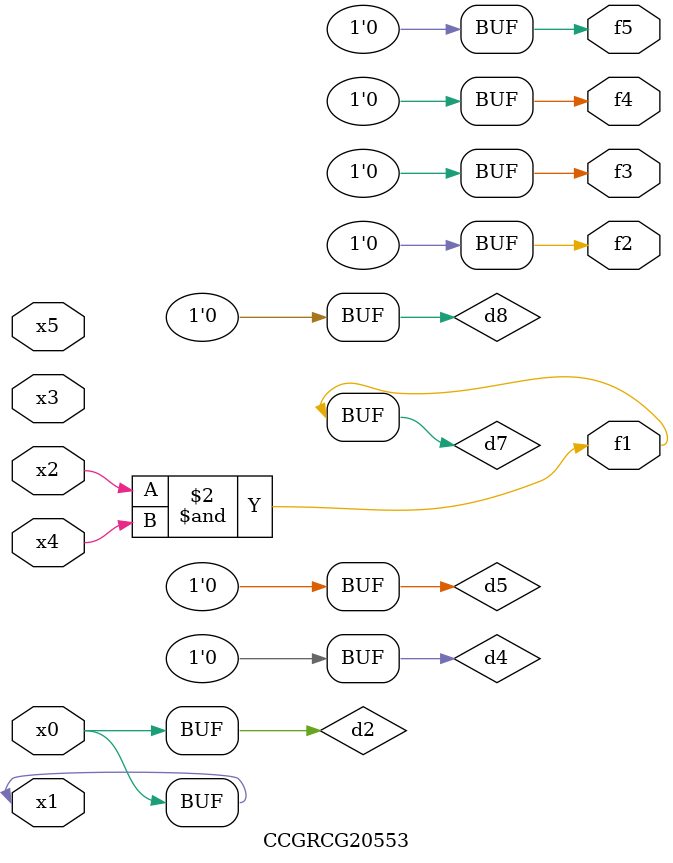
<source format=v>
module CCGRCG20553(
	input x0, x1, x2, x3, x4, x5,
	output f1, f2, f3, f4, f5
);

	wire d1, d2, d3, d4, d5, d6, d7, d8, d9;

	nand (d1, x1);
	buf (d2, x0, x1);
	nand (d3, x2, x4);
	and (d4, d1, d2);
	and (d5, d1, d2);
	nand (d6, d1, d3);
	not (d7, d3);
	xor (d8, d5);
	nor (d9, d5, d6);
	assign f1 = d7;
	assign f2 = d8;
	assign f3 = d8;
	assign f4 = d8;
	assign f5 = d8;
endmodule

</source>
